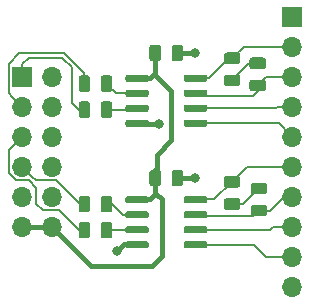
<source format=gtl>
G04 #@! TF.GenerationSoftware,KiCad,Pcbnew,5.1.5-52549c5~86~ubuntu19.10.1*
G04 #@! TF.CreationDate,2020-05-04T22:04:25+01:00*
G04 #@! TF.ProjectId,pmod-dualrs422,706d6f64-2d64-4756-916c-72733432322e,rev?*
G04 #@! TF.SameCoordinates,PXccb7580PY7aec778*
G04 #@! TF.FileFunction,Copper,L1,Top*
G04 #@! TF.FilePolarity,Positive*
%FSLAX46Y46*%
G04 Gerber Fmt 4.6, Leading zero omitted, Abs format (unit mm)*
G04 Created by KiCad (PCBNEW 5.1.5-52549c5~86~ubuntu19.10.1) date 2020-05-04 22:04:25*
%MOMM*%
%LPD*%
G04 APERTURE LIST*
%ADD10O,1.700000X1.700000*%
%ADD11R,1.700000X1.700000*%
%ADD12C,0.100000*%
%ADD13C,0.800000*%
%ADD14C,0.400000*%
%ADD15C,0.200000*%
G04 APERTURE END LIST*
D10*
X26670000Y1905000D03*
X26670000Y4445000D03*
X26670000Y6985000D03*
X26670000Y9525000D03*
X26670000Y12065000D03*
X26670000Y14605000D03*
X26670000Y17145000D03*
X26670000Y19685000D03*
X26670000Y22225000D03*
D11*
X26670000Y24765000D03*
G04 #@! TA.AperFunction,SMDPad,CuDef*
D12*
G36*
X17189662Y22393666D02*
G01*
X17213323Y22390156D01*
X17236527Y22384344D01*
X17259049Y22376286D01*
X17280673Y22366058D01*
X17301190Y22353761D01*
X17320403Y22339511D01*
X17338127Y22323447D01*
X17354191Y22305723D01*
X17368441Y22286510D01*
X17380738Y22265993D01*
X17390966Y22244369D01*
X17399024Y22221847D01*
X17404836Y22198643D01*
X17408346Y22174982D01*
X17409520Y22151090D01*
X17409520Y21238590D01*
X17408346Y21214698D01*
X17404836Y21191037D01*
X17399024Y21167833D01*
X17390966Y21145311D01*
X17380738Y21123687D01*
X17368441Y21103170D01*
X17354191Y21083957D01*
X17338127Y21066233D01*
X17320403Y21050169D01*
X17301190Y21035919D01*
X17280673Y21023622D01*
X17259049Y21013394D01*
X17236527Y21005336D01*
X17213323Y20999524D01*
X17189662Y20996014D01*
X17165770Y20994840D01*
X16678270Y20994840D01*
X16654378Y20996014D01*
X16630717Y20999524D01*
X16607513Y21005336D01*
X16584991Y21013394D01*
X16563367Y21023622D01*
X16542850Y21035919D01*
X16523637Y21050169D01*
X16505913Y21066233D01*
X16489849Y21083957D01*
X16475599Y21103170D01*
X16463302Y21123687D01*
X16453074Y21145311D01*
X16445016Y21167833D01*
X16439204Y21191037D01*
X16435694Y21214698D01*
X16434520Y21238590D01*
X16434520Y22151090D01*
X16435694Y22174982D01*
X16439204Y22198643D01*
X16445016Y22221847D01*
X16453074Y22244369D01*
X16463302Y22265993D01*
X16475599Y22286510D01*
X16489849Y22305723D01*
X16505913Y22323447D01*
X16523637Y22339511D01*
X16542850Y22353761D01*
X16563367Y22366058D01*
X16584991Y22376286D01*
X16607513Y22384344D01*
X16630717Y22390156D01*
X16654378Y22393666D01*
X16678270Y22394840D01*
X17165770Y22394840D01*
X17189662Y22393666D01*
G37*
G04 #@! TD.AperFunction*
G04 #@! TA.AperFunction,SMDPad,CuDef*
G36*
X15314662Y22393666D02*
G01*
X15338323Y22390156D01*
X15361527Y22384344D01*
X15384049Y22376286D01*
X15405673Y22366058D01*
X15426190Y22353761D01*
X15445403Y22339511D01*
X15463127Y22323447D01*
X15479191Y22305723D01*
X15493441Y22286510D01*
X15505738Y22265993D01*
X15515966Y22244369D01*
X15524024Y22221847D01*
X15529836Y22198643D01*
X15533346Y22174982D01*
X15534520Y22151090D01*
X15534520Y21238590D01*
X15533346Y21214698D01*
X15529836Y21191037D01*
X15524024Y21167833D01*
X15515966Y21145311D01*
X15505738Y21123687D01*
X15493441Y21103170D01*
X15479191Y21083957D01*
X15463127Y21066233D01*
X15445403Y21050169D01*
X15426190Y21035919D01*
X15405673Y21023622D01*
X15384049Y21013394D01*
X15361527Y21005336D01*
X15338323Y20999524D01*
X15314662Y20996014D01*
X15290770Y20994840D01*
X14803270Y20994840D01*
X14779378Y20996014D01*
X14755717Y20999524D01*
X14732513Y21005336D01*
X14709991Y21013394D01*
X14688367Y21023622D01*
X14667850Y21035919D01*
X14648637Y21050169D01*
X14630913Y21066233D01*
X14614849Y21083957D01*
X14600599Y21103170D01*
X14588302Y21123687D01*
X14578074Y21145311D01*
X14570016Y21167833D01*
X14564204Y21191037D01*
X14560694Y21214698D01*
X14559520Y21238590D01*
X14559520Y22151090D01*
X14560694Y22174982D01*
X14564204Y22198643D01*
X14570016Y22221847D01*
X14578074Y22244369D01*
X14588302Y22265993D01*
X14600599Y22286510D01*
X14614849Y22305723D01*
X14630913Y22323447D01*
X14648637Y22339511D01*
X14667850Y22353761D01*
X14688367Y22366058D01*
X14709991Y22376286D01*
X14732513Y22384344D01*
X14755717Y22390156D01*
X14779378Y22393666D01*
X14803270Y22394840D01*
X15290770Y22394840D01*
X15314662Y22393666D01*
G37*
G04 #@! TD.AperFunction*
G04 #@! TA.AperFunction,SMDPad,CuDef*
G36*
X9314662Y7393666D02*
G01*
X9338323Y7390156D01*
X9361527Y7384344D01*
X9384049Y7376286D01*
X9405673Y7366058D01*
X9426190Y7353761D01*
X9445403Y7339511D01*
X9463127Y7323447D01*
X9479191Y7305723D01*
X9493441Y7286510D01*
X9505738Y7265993D01*
X9515966Y7244369D01*
X9524024Y7221847D01*
X9529836Y7198643D01*
X9533346Y7174982D01*
X9534520Y7151090D01*
X9534520Y6238590D01*
X9533346Y6214698D01*
X9529836Y6191037D01*
X9524024Y6167833D01*
X9515966Y6145311D01*
X9505738Y6123687D01*
X9493441Y6103170D01*
X9479191Y6083957D01*
X9463127Y6066233D01*
X9445403Y6050169D01*
X9426190Y6035919D01*
X9405673Y6023622D01*
X9384049Y6013394D01*
X9361527Y6005336D01*
X9338323Y5999524D01*
X9314662Y5996014D01*
X9290770Y5994840D01*
X8803270Y5994840D01*
X8779378Y5996014D01*
X8755717Y5999524D01*
X8732513Y6005336D01*
X8709991Y6013394D01*
X8688367Y6023622D01*
X8667850Y6035919D01*
X8648637Y6050169D01*
X8630913Y6066233D01*
X8614849Y6083957D01*
X8600599Y6103170D01*
X8588302Y6123687D01*
X8578074Y6145311D01*
X8570016Y6167833D01*
X8564204Y6191037D01*
X8560694Y6214698D01*
X8559520Y6238590D01*
X8559520Y7151090D01*
X8560694Y7174982D01*
X8564204Y7198643D01*
X8570016Y7221847D01*
X8578074Y7244369D01*
X8588302Y7265993D01*
X8600599Y7286510D01*
X8614849Y7305723D01*
X8630913Y7323447D01*
X8648637Y7339511D01*
X8667850Y7353761D01*
X8688367Y7366058D01*
X8709991Y7376286D01*
X8732513Y7384344D01*
X8755717Y7390156D01*
X8779378Y7393666D01*
X8803270Y7394840D01*
X9290770Y7394840D01*
X9314662Y7393666D01*
G37*
G04 #@! TD.AperFunction*
G04 #@! TA.AperFunction,SMDPad,CuDef*
G36*
X11189662Y7393666D02*
G01*
X11213323Y7390156D01*
X11236527Y7384344D01*
X11259049Y7376286D01*
X11280673Y7366058D01*
X11301190Y7353761D01*
X11320403Y7339511D01*
X11338127Y7323447D01*
X11354191Y7305723D01*
X11368441Y7286510D01*
X11380738Y7265993D01*
X11390966Y7244369D01*
X11399024Y7221847D01*
X11404836Y7198643D01*
X11408346Y7174982D01*
X11409520Y7151090D01*
X11409520Y6238590D01*
X11408346Y6214698D01*
X11404836Y6191037D01*
X11399024Y6167833D01*
X11390966Y6145311D01*
X11380738Y6123687D01*
X11368441Y6103170D01*
X11354191Y6083957D01*
X11338127Y6066233D01*
X11320403Y6050169D01*
X11301190Y6035919D01*
X11280673Y6023622D01*
X11259049Y6013394D01*
X11236527Y6005336D01*
X11213323Y5999524D01*
X11189662Y5996014D01*
X11165770Y5994840D01*
X10678270Y5994840D01*
X10654378Y5996014D01*
X10630717Y5999524D01*
X10607513Y6005336D01*
X10584991Y6013394D01*
X10563367Y6023622D01*
X10542850Y6035919D01*
X10523637Y6050169D01*
X10505913Y6066233D01*
X10489849Y6083957D01*
X10475599Y6103170D01*
X10463302Y6123687D01*
X10453074Y6145311D01*
X10445016Y6167833D01*
X10439204Y6191037D01*
X10435694Y6214698D01*
X10434520Y6238590D01*
X10434520Y7151090D01*
X10435694Y7174982D01*
X10439204Y7198643D01*
X10445016Y7221847D01*
X10453074Y7244369D01*
X10463302Y7265993D01*
X10475599Y7286510D01*
X10489849Y7305723D01*
X10505913Y7323447D01*
X10523637Y7339511D01*
X10542850Y7353761D01*
X10563367Y7366058D01*
X10584991Y7376286D01*
X10607513Y7384344D01*
X10630717Y7390156D01*
X10654378Y7393666D01*
X10678270Y7394840D01*
X11165770Y7394840D01*
X11189662Y7393666D01*
G37*
G04 #@! TD.AperFunction*
G04 #@! TA.AperFunction,SMDPad,CuDef*
G36*
X9314662Y9593666D02*
G01*
X9338323Y9590156D01*
X9361527Y9584344D01*
X9384049Y9576286D01*
X9405673Y9566058D01*
X9426190Y9553761D01*
X9445403Y9539511D01*
X9463127Y9523447D01*
X9479191Y9505723D01*
X9493441Y9486510D01*
X9505738Y9465993D01*
X9515966Y9444369D01*
X9524024Y9421847D01*
X9529836Y9398643D01*
X9533346Y9374982D01*
X9534520Y9351090D01*
X9534520Y8438590D01*
X9533346Y8414698D01*
X9529836Y8391037D01*
X9524024Y8367833D01*
X9515966Y8345311D01*
X9505738Y8323687D01*
X9493441Y8303170D01*
X9479191Y8283957D01*
X9463127Y8266233D01*
X9445403Y8250169D01*
X9426190Y8235919D01*
X9405673Y8223622D01*
X9384049Y8213394D01*
X9361527Y8205336D01*
X9338323Y8199524D01*
X9314662Y8196014D01*
X9290770Y8194840D01*
X8803270Y8194840D01*
X8779378Y8196014D01*
X8755717Y8199524D01*
X8732513Y8205336D01*
X8709991Y8213394D01*
X8688367Y8223622D01*
X8667850Y8235919D01*
X8648637Y8250169D01*
X8630913Y8266233D01*
X8614849Y8283957D01*
X8600599Y8303170D01*
X8588302Y8323687D01*
X8578074Y8345311D01*
X8570016Y8367833D01*
X8564204Y8391037D01*
X8560694Y8414698D01*
X8559520Y8438590D01*
X8559520Y9351090D01*
X8560694Y9374982D01*
X8564204Y9398643D01*
X8570016Y9421847D01*
X8578074Y9444369D01*
X8588302Y9465993D01*
X8600599Y9486510D01*
X8614849Y9505723D01*
X8630913Y9523447D01*
X8648637Y9539511D01*
X8667850Y9553761D01*
X8688367Y9566058D01*
X8709991Y9576286D01*
X8732513Y9584344D01*
X8755717Y9590156D01*
X8779378Y9593666D01*
X8803270Y9594840D01*
X9290770Y9594840D01*
X9314662Y9593666D01*
G37*
G04 #@! TD.AperFunction*
G04 #@! TA.AperFunction,SMDPad,CuDef*
G36*
X11189662Y9593666D02*
G01*
X11213323Y9590156D01*
X11236527Y9584344D01*
X11259049Y9576286D01*
X11280673Y9566058D01*
X11301190Y9553761D01*
X11320403Y9539511D01*
X11338127Y9523447D01*
X11354191Y9505723D01*
X11368441Y9486510D01*
X11380738Y9465993D01*
X11390966Y9444369D01*
X11399024Y9421847D01*
X11404836Y9398643D01*
X11408346Y9374982D01*
X11409520Y9351090D01*
X11409520Y8438590D01*
X11408346Y8414698D01*
X11404836Y8391037D01*
X11399024Y8367833D01*
X11390966Y8345311D01*
X11380738Y8323687D01*
X11368441Y8303170D01*
X11354191Y8283957D01*
X11338127Y8266233D01*
X11320403Y8250169D01*
X11301190Y8235919D01*
X11280673Y8223622D01*
X11259049Y8213394D01*
X11236527Y8205336D01*
X11213323Y8199524D01*
X11189662Y8196014D01*
X11165770Y8194840D01*
X10678270Y8194840D01*
X10654378Y8196014D01*
X10630717Y8199524D01*
X10607513Y8205336D01*
X10584991Y8213394D01*
X10563367Y8223622D01*
X10542850Y8235919D01*
X10523637Y8250169D01*
X10505913Y8266233D01*
X10489849Y8283957D01*
X10475599Y8303170D01*
X10463302Y8323687D01*
X10453074Y8345311D01*
X10445016Y8367833D01*
X10439204Y8391037D01*
X10435694Y8414698D01*
X10434520Y8438590D01*
X10434520Y9351090D01*
X10435694Y9374982D01*
X10439204Y9398643D01*
X10445016Y9421847D01*
X10453074Y9444369D01*
X10463302Y9465993D01*
X10475599Y9486510D01*
X10489849Y9505723D01*
X10505913Y9523447D01*
X10523637Y9539511D01*
X10542850Y9553761D01*
X10563367Y9566058D01*
X10584991Y9576286D01*
X10607513Y9584344D01*
X10630717Y9590156D01*
X10654378Y9593666D01*
X10678270Y9594840D01*
X11165770Y9594840D01*
X11189662Y9593666D01*
G37*
G04 #@! TD.AperFunction*
G04 #@! TA.AperFunction,SMDPad,CuDef*
G36*
X9314662Y17593666D02*
G01*
X9338323Y17590156D01*
X9361527Y17584344D01*
X9384049Y17576286D01*
X9405673Y17566058D01*
X9426190Y17553761D01*
X9445403Y17539511D01*
X9463127Y17523447D01*
X9479191Y17505723D01*
X9493441Y17486510D01*
X9505738Y17465993D01*
X9515966Y17444369D01*
X9524024Y17421847D01*
X9529836Y17398643D01*
X9533346Y17374982D01*
X9534520Y17351090D01*
X9534520Y16438590D01*
X9533346Y16414698D01*
X9529836Y16391037D01*
X9524024Y16367833D01*
X9515966Y16345311D01*
X9505738Y16323687D01*
X9493441Y16303170D01*
X9479191Y16283957D01*
X9463127Y16266233D01*
X9445403Y16250169D01*
X9426190Y16235919D01*
X9405673Y16223622D01*
X9384049Y16213394D01*
X9361527Y16205336D01*
X9338323Y16199524D01*
X9314662Y16196014D01*
X9290770Y16194840D01*
X8803270Y16194840D01*
X8779378Y16196014D01*
X8755717Y16199524D01*
X8732513Y16205336D01*
X8709991Y16213394D01*
X8688367Y16223622D01*
X8667850Y16235919D01*
X8648637Y16250169D01*
X8630913Y16266233D01*
X8614849Y16283957D01*
X8600599Y16303170D01*
X8588302Y16323687D01*
X8578074Y16345311D01*
X8570016Y16367833D01*
X8564204Y16391037D01*
X8560694Y16414698D01*
X8559520Y16438590D01*
X8559520Y17351090D01*
X8560694Y17374982D01*
X8564204Y17398643D01*
X8570016Y17421847D01*
X8578074Y17444369D01*
X8588302Y17465993D01*
X8600599Y17486510D01*
X8614849Y17505723D01*
X8630913Y17523447D01*
X8648637Y17539511D01*
X8667850Y17553761D01*
X8688367Y17566058D01*
X8709991Y17576286D01*
X8732513Y17584344D01*
X8755717Y17590156D01*
X8779378Y17593666D01*
X8803270Y17594840D01*
X9290770Y17594840D01*
X9314662Y17593666D01*
G37*
G04 #@! TD.AperFunction*
G04 #@! TA.AperFunction,SMDPad,CuDef*
G36*
X11189662Y17593666D02*
G01*
X11213323Y17590156D01*
X11236527Y17584344D01*
X11259049Y17576286D01*
X11280673Y17566058D01*
X11301190Y17553761D01*
X11320403Y17539511D01*
X11338127Y17523447D01*
X11354191Y17505723D01*
X11368441Y17486510D01*
X11380738Y17465993D01*
X11390966Y17444369D01*
X11399024Y17421847D01*
X11404836Y17398643D01*
X11408346Y17374982D01*
X11409520Y17351090D01*
X11409520Y16438590D01*
X11408346Y16414698D01*
X11404836Y16391037D01*
X11399024Y16367833D01*
X11390966Y16345311D01*
X11380738Y16323687D01*
X11368441Y16303170D01*
X11354191Y16283957D01*
X11338127Y16266233D01*
X11320403Y16250169D01*
X11301190Y16235919D01*
X11280673Y16223622D01*
X11259049Y16213394D01*
X11236527Y16205336D01*
X11213323Y16199524D01*
X11189662Y16196014D01*
X11165770Y16194840D01*
X10678270Y16194840D01*
X10654378Y16196014D01*
X10630717Y16199524D01*
X10607513Y16205336D01*
X10584991Y16213394D01*
X10563367Y16223622D01*
X10542850Y16235919D01*
X10523637Y16250169D01*
X10505913Y16266233D01*
X10489849Y16283957D01*
X10475599Y16303170D01*
X10463302Y16323687D01*
X10453074Y16345311D01*
X10445016Y16367833D01*
X10439204Y16391037D01*
X10435694Y16414698D01*
X10434520Y16438590D01*
X10434520Y17351090D01*
X10435694Y17374982D01*
X10439204Y17398643D01*
X10445016Y17421847D01*
X10453074Y17444369D01*
X10463302Y17465993D01*
X10475599Y17486510D01*
X10489849Y17505723D01*
X10505913Y17523447D01*
X10523637Y17539511D01*
X10542850Y17553761D01*
X10563367Y17566058D01*
X10584991Y17576286D01*
X10607513Y17584344D01*
X10630717Y17590156D01*
X10654378Y17593666D01*
X10678270Y17594840D01*
X11165770Y17594840D01*
X11189662Y17593666D01*
G37*
G04 #@! TD.AperFunction*
G04 #@! TA.AperFunction,SMDPad,CuDef*
G36*
X9314662Y19793666D02*
G01*
X9338323Y19790156D01*
X9361527Y19784344D01*
X9384049Y19776286D01*
X9405673Y19766058D01*
X9426190Y19753761D01*
X9445403Y19739511D01*
X9463127Y19723447D01*
X9479191Y19705723D01*
X9493441Y19686510D01*
X9505738Y19665993D01*
X9515966Y19644369D01*
X9524024Y19621847D01*
X9529836Y19598643D01*
X9533346Y19574982D01*
X9534520Y19551090D01*
X9534520Y18638590D01*
X9533346Y18614698D01*
X9529836Y18591037D01*
X9524024Y18567833D01*
X9515966Y18545311D01*
X9505738Y18523687D01*
X9493441Y18503170D01*
X9479191Y18483957D01*
X9463127Y18466233D01*
X9445403Y18450169D01*
X9426190Y18435919D01*
X9405673Y18423622D01*
X9384049Y18413394D01*
X9361527Y18405336D01*
X9338323Y18399524D01*
X9314662Y18396014D01*
X9290770Y18394840D01*
X8803270Y18394840D01*
X8779378Y18396014D01*
X8755717Y18399524D01*
X8732513Y18405336D01*
X8709991Y18413394D01*
X8688367Y18423622D01*
X8667850Y18435919D01*
X8648637Y18450169D01*
X8630913Y18466233D01*
X8614849Y18483957D01*
X8600599Y18503170D01*
X8588302Y18523687D01*
X8578074Y18545311D01*
X8570016Y18567833D01*
X8564204Y18591037D01*
X8560694Y18614698D01*
X8559520Y18638590D01*
X8559520Y19551090D01*
X8560694Y19574982D01*
X8564204Y19598643D01*
X8570016Y19621847D01*
X8578074Y19644369D01*
X8588302Y19665993D01*
X8600599Y19686510D01*
X8614849Y19705723D01*
X8630913Y19723447D01*
X8648637Y19739511D01*
X8667850Y19753761D01*
X8688367Y19766058D01*
X8709991Y19776286D01*
X8732513Y19784344D01*
X8755717Y19790156D01*
X8779378Y19793666D01*
X8803270Y19794840D01*
X9290770Y19794840D01*
X9314662Y19793666D01*
G37*
G04 #@! TD.AperFunction*
G04 #@! TA.AperFunction,SMDPad,CuDef*
G36*
X11189662Y19793666D02*
G01*
X11213323Y19790156D01*
X11236527Y19784344D01*
X11259049Y19776286D01*
X11280673Y19766058D01*
X11301190Y19753761D01*
X11320403Y19739511D01*
X11338127Y19723447D01*
X11354191Y19705723D01*
X11368441Y19686510D01*
X11380738Y19665993D01*
X11390966Y19644369D01*
X11399024Y19621847D01*
X11404836Y19598643D01*
X11408346Y19574982D01*
X11409520Y19551090D01*
X11409520Y18638590D01*
X11408346Y18614698D01*
X11404836Y18591037D01*
X11399024Y18567833D01*
X11390966Y18545311D01*
X11380738Y18523687D01*
X11368441Y18503170D01*
X11354191Y18483957D01*
X11338127Y18466233D01*
X11320403Y18450169D01*
X11301190Y18435919D01*
X11280673Y18423622D01*
X11259049Y18413394D01*
X11236527Y18405336D01*
X11213323Y18399524D01*
X11189662Y18396014D01*
X11165770Y18394840D01*
X10678270Y18394840D01*
X10654378Y18396014D01*
X10630717Y18399524D01*
X10607513Y18405336D01*
X10584991Y18413394D01*
X10563367Y18423622D01*
X10542850Y18435919D01*
X10523637Y18450169D01*
X10505913Y18466233D01*
X10489849Y18483957D01*
X10475599Y18503170D01*
X10463302Y18523687D01*
X10453074Y18545311D01*
X10445016Y18567833D01*
X10439204Y18591037D01*
X10435694Y18614698D01*
X10434520Y18638590D01*
X10434520Y19551090D01*
X10435694Y19574982D01*
X10439204Y19598643D01*
X10445016Y19621847D01*
X10453074Y19644369D01*
X10463302Y19665993D01*
X10475599Y19686510D01*
X10489849Y19705723D01*
X10505913Y19723447D01*
X10523637Y19739511D01*
X10542850Y19753761D01*
X10563367Y19766058D01*
X10584991Y19776286D01*
X10607513Y19784344D01*
X10630717Y19790156D01*
X10654378Y19793666D01*
X10678270Y19794840D01*
X11165770Y19794840D01*
X11189662Y19793666D01*
G37*
G04 #@! TD.AperFunction*
D10*
X6324520Y6994840D03*
X3784520Y6994840D03*
X6324520Y9534840D03*
X3784520Y9534840D03*
X6324520Y12074840D03*
X3784520Y12074840D03*
X6324520Y14614840D03*
X3784520Y14614840D03*
X6324520Y17154840D03*
X3784520Y17154840D03*
X6324520Y19694840D03*
D11*
X3784520Y19694840D03*
G04 #@! TA.AperFunction,SMDPad,CuDef*
D12*
G36*
X19299223Y9549118D02*
G01*
X19313784Y9546958D01*
X19328063Y9543381D01*
X19341923Y9538422D01*
X19355230Y9532128D01*
X19367856Y9524560D01*
X19379679Y9515792D01*
X19390586Y9505906D01*
X19400472Y9494999D01*
X19409240Y9483176D01*
X19416808Y9470550D01*
X19423102Y9457243D01*
X19428061Y9443383D01*
X19431638Y9429104D01*
X19433798Y9414543D01*
X19434520Y9399840D01*
X19434520Y9099840D01*
X19433798Y9085137D01*
X19431638Y9070576D01*
X19428061Y9056297D01*
X19423102Y9042437D01*
X19416808Y9029130D01*
X19409240Y9016504D01*
X19400472Y9004681D01*
X19390586Y8993774D01*
X19379679Y8983888D01*
X19367856Y8975120D01*
X19355230Y8967552D01*
X19341923Y8961258D01*
X19328063Y8956299D01*
X19313784Y8952722D01*
X19299223Y8950562D01*
X19284520Y8949840D01*
X17634520Y8949840D01*
X17619817Y8950562D01*
X17605256Y8952722D01*
X17590977Y8956299D01*
X17577117Y8961258D01*
X17563810Y8967552D01*
X17551184Y8975120D01*
X17539361Y8983888D01*
X17528454Y8993774D01*
X17518568Y9004681D01*
X17509800Y9016504D01*
X17502232Y9029130D01*
X17495938Y9042437D01*
X17490979Y9056297D01*
X17487402Y9070576D01*
X17485242Y9085137D01*
X17484520Y9099840D01*
X17484520Y9399840D01*
X17485242Y9414543D01*
X17487402Y9429104D01*
X17490979Y9443383D01*
X17495938Y9457243D01*
X17502232Y9470550D01*
X17509800Y9483176D01*
X17518568Y9494999D01*
X17528454Y9505906D01*
X17539361Y9515792D01*
X17551184Y9524560D01*
X17563810Y9532128D01*
X17577117Y9538422D01*
X17590977Y9543381D01*
X17605256Y9546958D01*
X17619817Y9549118D01*
X17634520Y9549840D01*
X19284520Y9549840D01*
X19299223Y9549118D01*
G37*
G04 #@! TD.AperFunction*
G04 #@! TA.AperFunction,SMDPad,CuDef*
G36*
X19299223Y8279118D02*
G01*
X19313784Y8276958D01*
X19328063Y8273381D01*
X19341923Y8268422D01*
X19355230Y8262128D01*
X19367856Y8254560D01*
X19379679Y8245792D01*
X19390586Y8235906D01*
X19400472Y8224999D01*
X19409240Y8213176D01*
X19416808Y8200550D01*
X19423102Y8187243D01*
X19428061Y8173383D01*
X19431638Y8159104D01*
X19433798Y8144543D01*
X19434520Y8129840D01*
X19434520Y7829840D01*
X19433798Y7815137D01*
X19431638Y7800576D01*
X19428061Y7786297D01*
X19423102Y7772437D01*
X19416808Y7759130D01*
X19409240Y7746504D01*
X19400472Y7734681D01*
X19390586Y7723774D01*
X19379679Y7713888D01*
X19367856Y7705120D01*
X19355230Y7697552D01*
X19341923Y7691258D01*
X19328063Y7686299D01*
X19313784Y7682722D01*
X19299223Y7680562D01*
X19284520Y7679840D01*
X17634520Y7679840D01*
X17619817Y7680562D01*
X17605256Y7682722D01*
X17590977Y7686299D01*
X17577117Y7691258D01*
X17563810Y7697552D01*
X17551184Y7705120D01*
X17539361Y7713888D01*
X17528454Y7723774D01*
X17518568Y7734681D01*
X17509800Y7746504D01*
X17502232Y7759130D01*
X17495938Y7772437D01*
X17490979Y7786297D01*
X17487402Y7800576D01*
X17485242Y7815137D01*
X17484520Y7829840D01*
X17484520Y8129840D01*
X17485242Y8144543D01*
X17487402Y8159104D01*
X17490979Y8173383D01*
X17495938Y8187243D01*
X17502232Y8200550D01*
X17509800Y8213176D01*
X17518568Y8224999D01*
X17528454Y8235906D01*
X17539361Y8245792D01*
X17551184Y8254560D01*
X17563810Y8262128D01*
X17577117Y8268422D01*
X17590977Y8273381D01*
X17605256Y8276958D01*
X17619817Y8279118D01*
X17634520Y8279840D01*
X19284520Y8279840D01*
X19299223Y8279118D01*
G37*
G04 #@! TD.AperFunction*
G04 #@! TA.AperFunction,SMDPad,CuDef*
G36*
X19299223Y7009118D02*
G01*
X19313784Y7006958D01*
X19328063Y7003381D01*
X19341923Y6998422D01*
X19355230Y6992128D01*
X19367856Y6984560D01*
X19379679Y6975792D01*
X19390586Y6965906D01*
X19400472Y6954999D01*
X19409240Y6943176D01*
X19416808Y6930550D01*
X19423102Y6917243D01*
X19428061Y6903383D01*
X19431638Y6889104D01*
X19433798Y6874543D01*
X19434520Y6859840D01*
X19434520Y6559840D01*
X19433798Y6545137D01*
X19431638Y6530576D01*
X19428061Y6516297D01*
X19423102Y6502437D01*
X19416808Y6489130D01*
X19409240Y6476504D01*
X19400472Y6464681D01*
X19390586Y6453774D01*
X19379679Y6443888D01*
X19367856Y6435120D01*
X19355230Y6427552D01*
X19341923Y6421258D01*
X19328063Y6416299D01*
X19313784Y6412722D01*
X19299223Y6410562D01*
X19284520Y6409840D01*
X17634520Y6409840D01*
X17619817Y6410562D01*
X17605256Y6412722D01*
X17590977Y6416299D01*
X17577117Y6421258D01*
X17563810Y6427552D01*
X17551184Y6435120D01*
X17539361Y6443888D01*
X17528454Y6453774D01*
X17518568Y6464681D01*
X17509800Y6476504D01*
X17502232Y6489130D01*
X17495938Y6502437D01*
X17490979Y6516297D01*
X17487402Y6530576D01*
X17485242Y6545137D01*
X17484520Y6559840D01*
X17484520Y6859840D01*
X17485242Y6874543D01*
X17487402Y6889104D01*
X17490979Y6903383D01*
X17495938Y6917243D01*
X17502232Y6930550D01*
X17509800Y6943176D01*
X17518568Y6954999D01*
X17528454Y6965906D01*
X17539361Y6975792D01*
X17551184Y6984560D01*
X17563810Y6992128D01*
X17577117Y6998422D01*
X17590977Y7003381D01*
X17605256Y7006958D01*
X17619817Y7009118D01*
X17634520Y7009840D01*
X19284520Y7009840D01*
X19299223Y7009118D01*
G37*
G04 #@! TD.AperFunction*
G04 #@! TA.AperFunction,SMDPad,CuDef*
G36*
X19299223Y5739118D02*
G01*
X19313784Y5736958D01*
X19328063Y5733381D01*
X19341923Y5728422D01*
X19355230Y5722128D01*
X19367856Y5714560D01*
X19379679Y5705792D01*
X19390586Y5695906D01*
X19400472Y5684999D01*
X19409240Y5673176D01*
X19416808Y5660550D01*
X19423102Y5647243D01*
X19428061Y5633383D01*
X19431638Y5619104D01*
X19433798Y5604543D01*
X19434520Y5589840D01*
X19434520Y5289840D01*
X19433798Y5275137D01*
X19431638Y5260576D01*
X19428061Y5246297D01*
X19423102Y5232437D01*
X19416808Y5219130D01*
X19409240Y5206504D01*
X19400472Y5194681D01*
X19390586Y5183774D01*
X19379679Y5173888D01*
X19367856Y5165120D01*
X19355230Y5157552D01*
X19341923Y5151258D01*
X19328063Y5146299D01*
X19313784Y5142722D01*
X19299223Y5140562D01*
X19284520Y5139840D01*
X17634520Y5139840D01*
X17619817Y5140562D01*
X17605256Y5142722D01*
X17590977Y5146299D01*
X17577117Y5151258D01*
X17563810Y5157552D01*
X17551184Y5165120D01*
X17539361Y5173888D01*
X17528454Y5183774D01*
X17518568Y5194681D01*
X17509800Y5206504D01*
X17502232Y5219130D01*
X17495938Y5232437D01*
X17490979Y5246297D01*
X17487402Y5260576D01*
X17485242Y5275137D01*
X17484520Y5289840D01*
X17484520Y5589840D01*
X17485242Y5604543D01*
X17487402Y5619104D01*
X17490979Y5633383D01*
X17495938Y5647243D01*
X17502232Y5660550D01*
X17509800Y5673176D01*
X17518568Y5684999D01*
X17528454Y5695906D01*
X17539361Y5705792D01*
X17551184Y5714560D01*
X17563810Y5722128D01*
X17577117Y5728422D01*
X17590977Y5733381D01*
X17605256Y5736958D01*
X17619817Y5739118D01*
X17634520Y5739840D01*
X19284520Y5739840D01*
X19299223Y5739118D01*
G37*
G04 #@! TD.AperFunction*
G04 #@! TA.AperFunction,SMDPad,CuDef*
G36*
X14349223Y5739118D02*
G01*
X14363784Y5736958D01*
X14378063Y5733381D01*
X14391923Y5728422D01*
X14405230Y5722128D01*
X14417856Y5714560D01*
X14429679Y5705792D01*
X14440586Y5695906D01*
X14450472Y5684999D01*
X14459240Y5673176D01*
X14466808Y5660550D01*
X14473102Y5647243D01*
X14478061Y5633383D01*
X14481638Y5619104D01*
X14483798Y5604543D01*
X14484520Y5589840D01*
X14484520Y5289840D01*
X14483798Y5275137D01*
X14481638Y5260576D01*
X14478061Y5246297D01*
X14473102Y5232437D01*
X14466808Y5219130D01*
X14459240Y5206504D01*
X14450472Y5194681D01*
X14440586Y5183774D01*
X14429679Y5173888D01*
X14417856Y5165120D01*
X14405230Y5157552D01*
X14391923Y5151258D01*
X14378063Y5146299D01*
X14363784Y5142722D01*
X14349223Y5140562D01*
X14334520Y5139840D01*
X12684520Y5139840D01*
X12669817Y5140562D01*
X12655256Y5142722D01*
X12640977Y5146299D01*
X12627117Y5151258D01*
X12613810Y5157552D01*
X12601184Y5165120D01*
X12589361Y5173888D01*
X12578454Y5183774D01*
X12568568Y5194681D01*
X12559800Y5206504D01*
X12552232Y5219130D01*
X12545938Y5232437D01*
X12540979Y5246297D01*
X12537402Y5260576D01*
X12535242Y5275137D01*
X12534520Y5289840D01*
X12534520Y5589840D01*
X12535242Y5604543D01*
X12537402Y5619104D01*
X12540979Y5633383D01*
X12545938Y5647243D01*
X12552232Y5660550D01*
X12559800Y5673176D01*
X12568568Y5684999D01*
X12578454Y5695906D01*
X12589361Y5705792D01*
X12601184Y5714560D01*
X12613810Y5722128D01*
X12627117Y5728422D01*
X12640977Y5733381D01*
X12655256Y5736958D01*
X12669817Y5739118D01*
X12684520Y5739840D01*
X14334520Y5739840D01*
X14349223Y5739118D01*
G37*
G04 #@! TD.AperFunction*
G04 #@! TA.AperFunction,SMDPad,CuDef*
G36*
X14349223Y7009118D02*
G01*
X14363784Y7006958D01*
X14378063Y7003381D01*
X14391923Y6998422D01*
X14405230Y6992128D01*
X14417856Y6984560D01*
X14429679Y6975792D01*
X14440586Y6965906D01*
X14450472Y6954999D01*
X14459240Y6943176D01*
X14466808Y6930550D01*
X14473102Y6917243D01*
X14478061Y6903383D01*
X14481638Y6889104D01*
X14483798Y6874543D01*
X14484520Y6859840D01*
X14484520Y6559840D01*
X14483798Y6545137D01*
X14481638Y6530576D01*
X14478061Y6516297D01*
X14473102Y6502437D01*
X14466808Y6489130D01*
X14459240Y6476504D01*
X14450472Y6464681D01*
X14440586Y6453774D01*
X14429679Y6443888D01*
X14417856Y6435120D01*
X14405230Y6427552D01*
X14391923Y6421258D01*
X14378063Y6416299D01*
X14363784Y6412722D01*
X14349223Y6410562D01*
X14334520Y6409840D01*
X12684520Y6409840D01*
X12669817Y6410562D01*
X12655256Y6412722D01*
X12640977Y6416299D01*
X12627117Y6421258D01*
X12613810Y6427552D01*
X12601184Y6435120D01*
X12589361Y6443888D01*
X12578454Y6453774D01*
X12568568Y6464681D01*
X12559800Y6476504D01*
X12552232Y6489130D01*
X12545938Y6502437D01*
X12540979Y6516297D01*
X12537402Y6530576D01*
X12535242Y6545137D01*
X12534520Y6559840D01*
X12534520Y6859840D01*
X12535242Y6874543D01*
X12537402Y6889104D01*
X12540979Y6903383D01*
X12545938Y6917243D01*
X12552232Y6930550D01*
X12559800Y6943176D01*
X12568568Y6954999D01*
X12578454Y6965906D01*
X12589361Y6975792D01*
X12601184Y6984560D01*
X12613810Y6992128D01*
X12627117Y6998422D01*
X12640977Y7003381D01*
X12655256Y7006958D01*
X12669817Y7009118D01*
X12684520Y7009840D01*
X14334520Y7009840D01*
X14349223Y7009118D01*
G37*
G04 #@! TD.AperFunction*
G04 #@! TA.AperFunction,SMDPad,CuDef*
G36*
X14349223Y8279118D02*
G01*
X14363784Y8276958D01*
X14378063Y8273381D01*
X14391923Y8268422D01*
X14405230Y8262128D01*
X14417856Y8254560D01*
X14429679Y8245792D01*
X14440586Y8235906D01*
X14450472Y8224999D01*
X14459240Y8213176D01*
X14466808Y8200550D01*
X14473102Y8187243D01*
X14478061Y8173383D01*
X14481638Y8159104D01*
X14483798Y8144543D01*
X14484520Y8129840D01*
X14484520Y7829840D01*
X14483798Y7815137D01*
X14481638Y7800576D01*
X14478061Y7786297D01*
X14473102Y7772437D01*
X14466808Y7759130D01*
X14459240Y7746504D01*
X14450472Y7734681D01*
X14440586Y7723774D01*
X14429679Y7713888D01*
X14417856Y7705120D01*
X14405230Y7697552D01*
X14391923Y7691258D01*
X14378063Y7686299D01*
X14363784Y7682722D01*
X14349223Y7680562D01*
X14334520Y7679840D01*
X12684520Y7679840D01*
X12669817Y7680562D01*
X12655256Y7682722D01*
X12640977Y7686299D01*
X12627117Y7691258D01*
X12613810Y7697552D01*
X12601184Y7705120D01*
X12589361Y7713888D01*
X12578454Y7723774D01*
X12568568Y7734681D01*
X12559800Y7746504D01*
X12552232Y7759130D01*
X12545938Y7772437D01*
X12540979Y7786297D01*
X12537402Y7800576D01*
X12535242Y7815137D01*
X12534520Y7829840D01*
X12534520Y8129840D01*
X12535242Y8144543D01*
X12537402Y8159104D01*
X12540979Y8173383D01*
X12545938Y8187243D01*
X12552232Y8200550D01*
X12559800Y8213176D01*
X12568568Y8224999D01*
X12578454Y8235906D01*
X12589361Y8245792D01*
X12601184Y8254560D01*
X12613810Y8262128D01*
X12627117Y8268422D01*
X12640977Y8273381D01*
X12655256Y8276958D01*
X12669817Y8279118D01*
X12684520Y8279840D01*
X14334520Y8279840D01*
X14349223Y8279118D01*
G37*
G04 #@! TD.AperFunction*
G04 #@! TA.AperFunction,SMDPad,CuDef*
G36*
X14349223Y9549118D02*
G01*
X14363784Y9546958D01*
X14378063Y9543381D01*
X14391923Y9538422D01*
X14405230Y9532128D01*
X14417856Y9524560D01*
X14429679Y9515792D01*
X14440586Y9505906D01*
X14450472Y9494999D01*
X14459240Y9483176D01*
X14466808Y9470550D01*
X14473102Y9457243D01*
X14478061Y9443383D01*
X14481638Y9429104D01*
X14483798Y9414543D01*
X14484520Y9399840D01*
X14484520Y9099840D01*
X14483798Y9085137D01*
X14481638Y9070576D01*
X14478061Y9056297D01*
X14473102Y9042437D01*
X14466808Y9029130D01*
X14459240Y9016504D01*
X14450472Y9004681D01*
X14440586Y8993774D01*
X14429679Y8983888D01*
X14417856Y8975120D01*
X14405230Y8967552D01*
X14391923Y8961258D01*
X14378063Y8956299D01*
X14363784Y8952722D01*
X14349223Y8950562D01*
X14334520Y8949840D01*
X12684520Y8949840D01*
X12669817Y8950562D01*
X12655256Y8952722D01*
X12640977Y8956299D01*
X12627117Y8961258D01*
X12613810Y8967552D01*
X12601184Y8975120D01*
X12589361Y8983888D01*
X12578454Y8993774D01*
X12568568Y9004681D01*
X12559800Y9016504D01*
X12552232Y9029130D01*
X12545938Y9042437D01*
X12540979Y9056297D01*
X12537402Y9070576D01*
X12535242Y9085137D01*
X12534520Y9099840D01*
X12534520Y9399840D01*
X12535242Y9414543D01*
X12537402Y9429104D01*
X12540979Y9443383D01*
X12545938Y9457243D01*
X12552232Y9470550D01*
X12559800Y9483176D01*
X12568568Y9494999D01*
X12578454Y9505906D01*
X12589361Y9515792D01*
X12601184Y9524560D01*
X12613810Y9532128D01*
X12627117Y9538422D01*
X12640977Y9543381D01*
X12655256Y9546958D01*
X12669817Y9549118D01*
X12684520Y9549840D01*
X14334520Y9549840D01*
X14349223Y9549118D01*
G37*
G04 #@! TD.AperFunction*
G04 #@! TA.AperFunction,SMDPad,CuDef*
G36*
X19299223Y19849118D02*
G01*
X19313784Y19846958D01*
X19328063Y19843381D01*
X19341923Y19838422D01*
X19355230Y19832128D01*
X19367856Y19824560D01*
X19379679Y19815792D01*
X19390586Y19805906D01*
X19400472Y19794999D01*
X19409240Y19783176D01*
X19416808Y19770550D01*
X19423102Y19757243D01*
X19428061Y19743383D01*
X19431638Y19729104D01*
X19433798Y19714543D01*
X19434520Y19699840D01*
X19434520Y19399840D01*
X19433798Y19385137D01*
X19431638Y19370576D01*
X19428061Y19356297D01*
X19423102Y19342437D01*
X19416808Y19329130D01*
X19409240Y19316504D01*
X19400472Y19304681D01*
X19390586Y19293774D01*
X19379679Y19283888D01*
X19367856Y19275120D01*
X19355230Y19267552D01*
X19341923Y19261258D01*
X19328063Y19256299D01*
X19313784Y19252722D01*
X19299223Y19250562D01*
X19284520Y19249840D01*
X17634520Y19249840D01*
X17619817Y19250562D01*
X17605256Y19252722D01*
X17590977Y19256299D01*
X17577117Y19261258D01*
X17563810Y19267552D01*
X17551184Y19275120D01*
X17539361Y19283888D01*
X17528454Y19293774D01*
X17518568Y19304681D01*
X17509800Y19316504D01*
X17502232Y19329130D01*
X17495938Y19342437D01*
X17490979Y19356297D01*
X17487402Y19370576D01*
X17485242Y19385137D01*
X17484520Y19399840D01*
X17484520Y19699840D01*
X17485242Y19714543D01*
X17487402Y19729104D01*
X17490979Y19743383D01*
X17495938Y19757243D01*
X17502232Y19770550D01*
X17509800Y19783176D01*
X17518568Y19794999D01*
X17528454Y19805906D01*
X17539361Y19815792D01*
X17551184Y19824560D01*
X17563810Y19832128D01*
X17577117Y19838422D01*
X17590977Y19843381D01*
X17605256Y19846958D01*
X17619817Y19849118D01*
X17634520Y19849840D01*
X19284520Y19849840D01*
X19299223Y19849118D01*
G37*
G04 #@! TD.AperFunction*
G04 #@! TA.AperFunction,SMDPad,CuDef*
G36*
X19299223Y18579118D02*
G01*
X19313784Y18576958D01*
X19328063Y18573381D01*
X19341923Y18568422D01*
X19355230Y18562128D01*
X19367856Y18554560D01*
X19379679Y18545792D01*
X19390586Y18535906D01*
X19400472Y18524999D01*
X19409240Y18513176D01*
X19416808Y18500550D01*
X19423102Y18487243D01*
X19428061Y18473383D01*
X19431638Y18459104D01*
X19433798Y18444543D01*
X19434520Y18429840D01*
X19434520Y18129840D01*
X19433798Y18115137D01*
X19431638Y18100576D01*
X19428061Y18086297D01*
X19423102Y18072437D01*
X19416808Y18059130D01*
X19409240Y18046504D01*
X19400472Y18034681D01*
X19390586Y18023774D01*
X19379679Y18013888D01*
X19367856Y18005120D01*
X19355230Y17997552D01*
X19341923Y17991258D01*
X19328063Y17986299D01*
X19313784Y17982722D01*
X19299223Y17980562D01*
X19284520Y17979840D01*
X17634520Y17979840D01*
X17619817Y17980562D01*
X17605256Y17982722D01*
X17590977Y17986299D01*
X17577117Y17991258D01*
X17563810Y17997552D01*
X17551184Y18005120D01*
X17539361Y18013888D01*
X17528454Y18023774D01*
X17518568Y18034681D01*
X17509800Y18046504D01*
X17502232Y18059130D01*
X17495938Y18072437D01*
X17490979Y18086297D01*
X17487402Y18100576D01*
X17485242Y18115137D01*
X17484520Y18129840D01*
X17484520Y18429840D01*
X17485242Y18444543D01*
X17487402Y18459104D01*
X17490979Y18473383D01*
X17495938Y18487243D01*
X17502232Y18500550D01*
X17509800Y18513176D01*
X17518568Y18524999D01*
X17528454Y18535906D01*
X17539361Y18545792D01*
X17551184Y18554560D01*
X17563810Y18562128D01*
X17577117Y18568422D01*
X17590977Y18573381D01*
X17605256Y18576958D01*
X17619817Y18579118D01*
X17634520Y18579840D01*
X19284520Y18579840D01*
X19299223Y18579118D01*
G37*
G04 #@! TD.AperFunction*
G04 #@! TA.AperFunction,SMDPad,CuDef*
G36*
X19299223Y17309118D02*
G01*
X19313784Y17306958D01*
X19328063Y17303381D01*
X19341923Y17298422D01*
X19355230Y17292128D01*
X19367856Y17284560D01*
X19379679Y17275792D01*
X19390586Y17265906D01*
X19400472Y17254999D01*
X19409240Y17243176D01*
X19416808Y17230550D01*
X19423102Y17217243D01*
X19428061Y17203383D01*
X19431638Y17189104D01*
X19433798Y17174543D01*
X19434520Y17159840D01*
X19434520Y16859840D01*
X19433798Y16845137D01*
X19431638Y16830576D01*
X19428061Y16816297D01*
X19423102Y16802437D01*
X19416808Y16789130D01*
X19409240Y16776504D01*
X19400472Y16764681D01*
X19390586Y16753774D01*
X19379679Y16743888D01*
X19367856Y16735120D01*
X19355230Y16727552D01*
X19341923Y16721258D01*
X19328063Y16716299D01*
X19313784Y16712722D01*
X19299223Y16710562D01*
X19284520Y16709840D01*
X17634520Y16709840D01*
X17619817Y16710562D01*
X17605256Y16712722D01*
X17590977Y16716299D01*
X17577117Y16721258D01*
X17563810Y16727552D01*
X17551184Y16735120D01*
X17539361Y16743888D01*
X17528454Y16753774D01*
X17518568Y16764681D01*
X17509800Y16776504D01*
X17502232Y16789130D01*
X17495938Y16802437D01*
X17490979Y16816297D01*
X17487402Y16830576D01*
X17485242Y16845137D01*
X17484520Y16859840D01*
X17484520Y17159840D01*
X17485242Y17174543D01*
X17487402Y17189104D01*
X17490979Y17203383D01*
X17495938Y17217243D01*
X17502232Y17230550D01*
X17509800Y17243176D01*
X17518568Y17254999D01*
X17528454Y17265906D01*
X17539361Y17275792D01*
X17551184Y17284560D01*
X17563810Y17292128D01*
X17577117Y17298422D01*
X17590977Y17303381D01*
X17605256Y17306958D01*
X17619817Y17309118D01*
X17634520Y17309840D01*
X19284520Y17309840D01*
X19299223Y17309118D01*
G37*
G04 #@! TD.AperFunction*
G04 #@! TA.AperFunction,SMDPad,CuDef*
G36*
X19299223Y16039118D02*
G01*
X19313784Y16036958D01*
X19328063Y16033381D01*
X19341923Y16028422D01*
X19355230Y16022128D01*
X19367856Y16014560D01*
X19379679Y16005792D01*
X19390586Y15995906D01*
X19400472Y15984999D01*
X19409240Y15973176D01*
X19416808Y15960550D01*
X19423102Y15947243D01*
X19428061Y15933383D01*
X19431638Y15919104D01*
X19433798Y15904543D01*
X19434520Y15889840D01*
X19434520Y15589840D01*
X19433798Y15575137D01*
X19431638Y15560576D01*
X19428061Y15546297D01*
X19423102Y15532437D01*
X19416808Y15519130D01*
X19409240Y15506504D01*
X19400472Y15494681D01*
X19390586Y15483774D01*
X19379679Y15473888D01*
X19367856Y15465120D01*
X19355230Y15457552D01*
X19341923Y15451258D01*
X19328063Y15446299D01*
X19313784Y15442722D01*
X19299223Y15440562D01*
X19284520Y15439840D01*
X17634520Y15439840D01*
X17619817Y15440562D01*
X17605256Y15442722D01*
X17590977Y15446299D01*
X17577117Y15451258D01*
X17563810Y15457552D01*
X17551184Y15465120D01*
X17539361Y15473888D01*
X17528454Y15483774D01*
X17518568Y15494681D01*
X17509800Y15506504D01*
X17502232Y15519130D01*
X17495938Y15532437D01*
X17490979Y15546297D01*
X17487402Y15560576D01*
X17485242Y15575137D01*
X17484520Y15589840D01*
X17484520Y15889840D01*
X17485242Y15904543D01*
X17487402Y15919104D01*
X17490979Y15933383D01*
X17495938Y15947243D01*
X17502232Y15960550D01*
X17509800Y15973176D01*
X17518568Y15984999D01*
X17528454Y15995906D01*
X17539361Y16005792D01*
X17551184Y16014560D01*
X17563810Y16022128D01*
X17577117Y16028422D01*
X17590977Y16033381D01*
X17605256Y16036958D01*
X17619817Y16039118D01*
X17634520Y16039840D01*
X19284520Y16039840D01*
X19299223Y16039118D01*
G37*
G04 #@! TD.AperFunction*
G04 #@! TA.AperFunction,SMDPad,CuDef*
G36*
X14349223Y16039118D02*
G01*
X14363784Y16036958D01*
X14378063Y16033381D01*
X14391923Y16028422D01*
X14405230Y16022128D01*
X14417856Y16014560D01*
X14429679Y16005792D01*
X14440586Y15995906D01*
X14450472Y15984999D01*
X14459240Y15973176D01*
X14466808Y15960550D01*
X14473102Y15947243D01*
X14478061Y15933383D01*
X14481638Y15919104D01*
X14483798Y15904543D01*
X14484520Y15889840D01*
X14484520Y15589840D01*
X14483798Y15575137D01*
X14481638Y15560576D01*
X14478061Y15546297D01*
X14473102Y15532437D01*
X14466808Y15519130D01*
X14459240Y15506504D01*
X14450472Y15494681D01*
X14440586Y15483774D01*
X14429679Y15473888D01*
X14417856Y15465120D01*
X14405230Y15457552D01*
X14391923Y15451258D01*
X14378063Y15446299D01*
X14363784Y15442722D01*
X14349223Y15440562D01*
X14334520Y15439840D01*
X12684520Y15439840D01*
X12669817Y15440562D01*
X12655256Y15442722D01*
X12640977Y15446299D01*
X12627117Y15451258D01*
X12613810Y15457552D01*
X12601184Y15465120D01*
X12589361Y15473888D01*
X12578454Y15483774D01*
X12568568Y15494681D01*
X12559800Y15506504D01*
X12552232Y15519130D01*
X12545938Y15532437D01*
X12540979Y15546297D01*
X12537402Y15560576D01*
X12535242Y15575137D01*
X12534520Y15589840D01*
X12534520Y15889840D01*
X12535242Y15904543D01*
X12537402Y15919104D01*
X12540979Y15933383D01*
X12545938Y15947243D01*
X12552232Y15960550D01*
X12559800Y15973176D01*
X12568568Y15984999D01*
X12578454Y15995906D01*
X12589361Y16005792D01*
X12601184Y16014560D01*
X12613810Y16022128D01*
X12627117Y16028422D01*
X12640977Y16033381D01*
X12655256Y16036958D01*
X12669817Y16039118D01*
X12684520Y16039840D01*
X14334520Y16039840D01*
X14349223Y16039118D01*
G37*
G04 #@! TD.AperFunction*
G04 #@! TA.AperFunction,SMDPad,CuDef*
G36*
X14349223Y17309118D02*
G01*
X14363784Y17306958D01*
X14378063Y17303381D01*
X14391923Y17298422D01*
X14405230Y17292128D01*
X14417856Y17284560D01*
X14429679Y17275792D01*
X14440586Y17265906D01*
X14450472Y17254999D01*
X14459240Y17243176D01*
X14466808Y17230550D01*
X14473102Y17217243D01*
X14478061Y17203383D01*
X14481638Y17189104D01*
X14483798Y17174543D01*
X14484520Y17159840D01*
X14484520Y16859840D01*
X14483798Y16845137D01*
X14481638Y16830576D01*
X14478061Y16816297D01*
X14473102Y16802437D01*
X14466808Y16789130D01*
X14459240Y16776504D01*
X14450472Y16764681D01*
X14440586Y16753774D01*
X14429679Y16743888D01*
X14417856Y16735120D01*
X14405230Y16727552D01*
X14391923Y16721258D01*
X14378063Y16716299D01*
X14363784Y16712722D01*
X14349223Y16710562D01*
X14334520Y16709840D01*
X12684520Y16709840D01*
X12669817Y16710562D01*
X12655256Y16712722D01*
X12640977Y16716299D01*
X12627117Y16721258D01*
X12613810Y16727552D01*
X12601184Y16735120D01*
X12589361Y16743888D01*
X12578454Y16753774D01*
X12568568Y16764681D01*
X12559800Y16776504D01*
X12552232Y16789130D01*
X12545938Y16802437D01*
X12540979Y16816297D01*
X12537402Y16830576D01*
X12535242Y16845137D01*
X12534520Y16859840D01*
X12534520Y17159840D01*
X12535242Y17174543D01*
X12537402Y17189104D01*
X12540979Y17203383D01*
X12545938Y17217243D01*
X12552232Y17230550D01*
X12559800Y17243176D01*
X12568568Y17254999D01*
X12578454Y17265906D01*
X12589361Y17275792D01*
X12601184Y17284560D01*
X12613810Y17292128D01*
X12627117Y17298422D01*
X12640977Y17303381D01*
X12655256Y17306958D01*
X12669817Y17309118D01*
X12684520Y17309840D01*
X14334520Y17309840D01*
X14349223Y17309118D01*
G37*
G04 #@! TD.AperFunction*
G04 #@! TA.AperFunction,SMDPad,CuDef*
G36*
X14349223Y18579118D02*
G01*
X14363784Y18576958D01*
X14378063Y18573381D01*
X14391923Y18568422D01*
X14405230Y18562128D01*
X14417856Y18554560D01*
X14429679Y18545792D01*
X14440586Y18535906D01*
X14450472Y18524999D01*
X14459240Y18513176D01*
X14466808Y18500550D01*
X14473102Y18487243D01*
X14478061Y18473383D01*
X14481638Y18459104D01*
X14483798Y18444543D01*
X14484520Y18429840D01*
X14484520Y18129840D01*
X14483798Y18115137D01*
X14481638Y18100576D01*
X14478061Y18086297D01*
X14473102Y18072437D01*
X14466808Y18059130D01*
X14459240Y18046504D01*
X14450472Y18034681D01*
X14440586Y18023774D01*
X14429679Y18013888D01*
X14417856Y18005120D01*
X14405230Y17997552D01*
X14391923Y17991258D01*
X14378063Y17986299D01*
X14363784Y17982722D01*
X14349223Y17980562D01*
X14334520Y17979840D01*
X12684520Y17979840D01*
X12669817Y17980562D01*
X12655256Y17982722D01*
X12640977Y17986299D01*
X12627117Y17991258D01*
X12613810Y17997552D01*
X12601184Y18005120D01*
X12589361Y18013888D01*
X12578454Y18023774D01*
X12568568Y18034681D01*
X12559800Y18046504D01*
X12552232Y18059130D01*
X12545938Y18072437D01*
X12540979Y18086297D01*
X12537402Y18100576D01*
X12535242Y18115137D01*
X12534520Y18129840D01*
X12534520Y18429840D01*
X12535242Y18444543D01*
X12537402Y18459104D01*
X12540979Y18473383D01*
X12545938Y18487243D01*
X12552232Y18500550D01*
X12559800Y18513176D01*
X12568568Y18524999D01*
X12578454Y18535906D01*
X12589361Y18545792D01*
X12601184Y18554560D01*
X12613810Y18562128D01*
X12627117Y18568422D01*
X12640977Y18573381D01*
X12655256Y18576958D01*
X12669817Y18579118D01*
X12684520Y18579840D01*
X14334520Y18579840D01*
X14349223Y18579118D01*
G37*
G04 #@! TD.AperFunction*
G04 #@! TA.AperFunction,SMDPad,CuDef*
G36*
X14349223Y19849118D02*
G01*
X14363784Y19846958D01*
X14378063Y19843381D01*
X14391923Y19838422D01*
X14405230Y19832128D01*
X14417856Y19824560D01*
X14429679Y19815792D01*
X14440586Y19805906D01*
X14450472Y19794999D01*
X14459240Y19783176D01*
X14466808Y19770550D01*
X14473102Y19757243D01*
X14478061Y19743383D01*
X14481638Y19729104D01*
X14483798Y19714543D01*
X14484520Y19699840D01*
X14484520Y19399840D01*
X14483798Y19385137D01*
X14481638Y19370576D01*
X14478061Y19356297D01*
X14473102Y19342437D01*
X14466808Y19329130D01*
X14459240Y19316504D01*
X14450472Y19304681D01*
X14440586Y19293774D01*
X14429679Y19283888D01*
X14417856Y19275120D01*
X14405230Y19267552D01*
X14391923Y19261258D01*
X14378063Y19256299D01*
X14363784Y19252722D01*
X14349223Y19250562D01*
X14334520Y19249840D01*
X12684520Y19249840D01*
X12669817Y19250562D01*
X12655256Y19252722D01*
X12640977Y19256299D01*
X12627117Y19261258D01*
X12613810Y19267552D01*
X12601184Y19275120D01*
X12589361Y19283888D01*
X12578454Y19293774D01*
X12568568Y19304681D01*
X12559800Y19316504D01*
X12552232Y19329130D01*
X12545938Y19342437D01*
X12540979Y19356297D01*
X12537402Y19370576D01*
X12535242Y19385137D01*
X12534520Y19399840D01*
X12534520Y19699840D01*
X12535242Y19714543D01*
X12537402Y19729104D01*
X12540979Y19743383D01*
X12545938Y19757243D01*
X12552232Y19770550D01*
X12559800Y19783176D01*
X12568568Y19794999D01*
X12578454Y19805906D01*
X12589361Y19815792D01*
X12601184Y19824560D01*
X12613810Y19832128D01*
X12627117Y19838422D01*
X12640977Y19843381D01*
X12655256Y19846958D01*
X12669817Y19849118D01*
X12684520Y19849840D01*
X14334520Y19849840D01*
X14349223Y19849118D01*
G37*
G04 #@! TD.AperFunction*
G04 #@! TA.AperFunction,SMDPad,CuDef*
G36*
X22039662Y9396166D02*
G01*
X22063323Y9392656D01*
X22086527Y9386844D01*
X22109049Y9378786D01*
X22130673Y9368558D01*
X22151190Y9356261D01*
X22170403Y9342011D01*
X22188127Y9325947D01*
X22204191Y9308223D01*
X22218441Y9289010D01*
X22230738Y9268493D01*
X22240966Y9246869D01*
X22249024Y9224347D01*
X22254836Y9201143D01*
X22258346Y9177482D01*
X22259520Y9153590D01*
X22259520Y8666090D01*
X22258346Y8642198D01*
X22254836Y8618537D01*
X22249024Y8595333D01*
X22240966Y8572811D01*
X22230738Y8551187D01*
X22218441Y8530670D01*
X22204191Y8511457D01*
X22188127Y8493733D01*
X22170403Y8477669D01*
X22151190Y8463419D01*
X22130673Y8451122D01*
X22109049Y8440894D01*
X22086527Y8432836D01*
X22063323Y8427024D01*
X22039662Y8423514D01*
X22015770Y8422340D01*
X21103270Y8422340D01*
X21079378Y8423514D01*
X21055717Y8427024D01*
X21032513Y8432836D01*
X21009991Y8440894D01*
X20988367Y8451122D01*
X20967850Y8463419D01*
X20948637Y8477669D01*
X20930913Y8493733D01*
X20914849Y8511457D01*
X20900599Y8530670D01*
X20888302Y8551187D01*
X20878074Y8572811D01*
X20870016Y8595333D01*
X20864204Y8618537D01*
X20860694Y8642198D01*
X20859520Y8666090D01*
X20859520Y9153590D01*
X20860694Y9177482D01*
X20864204Y9201143D01*
X20870016Y9224347D01*
X20878074Y9246869D01*
X20888302Y9268493D01*
X20900599Y9289010D01*
X20914849Y9308223D01*
X20930913Y9325947D01*
X20948637Y9342011D01*
X20967850Y9356261D01*
X20988367Y9368558D01*
X21009991Y9378786D01*
X21032513Y9386844D01*
X21055717Y9392656D01*
X21079378Y9396166D01*
X21103270Y9397340D01*
X22015770Y9397340D01*
X22039662Y9396166D01*
G37*
G04 #@! TD.AperFunction*
G04 #@! TA.AperFunction,SMDPad,CuDef*
G36*
X22039662Y11271166D02*
G01*
X22063323Y11267656D01*
X22086527Y11261844D01*
X22109049Y11253786D01*
X22130673Y11243558D01*
X22151190Y11231261D01*
X22170403Y11217011D01*
X22188127Y11200947D01*
X22204191Y11183223D01*
X22218441Y11164010D01*
X22230738Y11143493D01*
X22240966Y11121869D01*
X22249024Y11099347D01*
X22254836Y11076143D01*
X22258346Y11052482D01*
X22259520Y11028590D01*
X22259520Y10541090D01*
X22258346Y10517198D01*
X22254836Y10493537D01*
X22249024Y10470333D01*
X22240966Y10447811D01*
X22230738Y10426187D01*
X22218441Y10405670D01*
X22204191Y10386457D01*
X22188127Y10368733D01*
X22170403Y10352669D01*
X22151190Y10338419D01*
X22130673Y10326122D01*
X22109049Y10315894D01*
X22086527Y10307836D01*
X22063323Y10302024D01*
X22039662Y10298514D01*
X22015770Y10297340D01*
X21103270Y10297340D01*
X21079378Y10298514D01*
X21055717Y10302024D01*
X21032513Y10307836D01*
X21009991Y10315894D01*
X20988367Y10326122D01*
X20967850Y10338419D01*
X20948637Y10352669D01*
X20930913Y10368733D01*
X20914849Y10386457D01*
X20900599Y10405670D01*
X20888302Y10426187D01*
X20878074Y10447811D01*
X20870016Y10470333D01*
X20864204Y10493537D01*
X20860694Y10517198D01*
X20859520Y10541090D01*
X20859520Y11028590D01*
X20860694Y11052482D01*
X20864204Y11076143D01*
X20870016Y11099347D01*
X20878074Y11121869D01*
X20888302Y11143493D01*
X20900599Y11164010D01*
X20914849Y11183223D01*
X20930913Y11200947D01*
X20948637Y11217011D01*
X20967850Y11231261D01*
X20988367Y11243558D01*
X21009991Y11253786D01*
X21032513Y11261844D01*
X21055717Y11267656D01*
X21079378Y11271166D01*
X21103270Y11272340D01*
X22015770Y11272340D01*
X22039662Y11271166D01*
G37*
G04 #@! TD.AperFunction*
G04 #@! TA.AperFunction,SMDPad,CuDef*
G36*
X22039662Y19858666D02*
G01*
X22063323Y19855156D01*
X22086527Y19849344D01*
X22109049Y19841286D01*
X22130673Y19831058D01*
X22151190Y19818761D01*
X22170403Y19804511D01*
X22188127Y19788447D01*
X22204191Y19770723D01*
X22218441Y19751510D01*
X22230738Y19730993D01*
X22240966Y19709369D01*
X22249024Y19686847D01*
X22254836Y19663643D01*
X22258346Y19639982D01*
X22259520Y19616090D01*
X22259520Y19128590D01*
X22258346Y19104698D01*
X22254836Y19081037D01*
X22249024Y19057833D01*
X22240966Y19035311D01*
X22230738Y19013687D01*
X22218441Y18993170D01*
X22204191Y18973957D01*
X22188127Y18956233D01*
X22170403Y18940169D01*
X22151190Y18925919D01*
X22130673Y18913622D01*
X22109049Y18903394D01*
X22086527Y18895336D01*
X22063323Y18889524D01*
X22039662Y18886014D01*
X22015770Y18884840D01*
X21103270Y18884840D01*
X21079378Y18886014D01*
X21055717Y18889524D01*
X21032513Y18895336D01*
X21009991Y18903394D01*
X20988367Y18913622D01*
X20967850Y18925919D01*
X20948637Y18940169D01*
X20930913Y18956233D01*
X20914849Y18973957D01*
X20900599Y18993170D01*
X20888302Y19013687D01*
X20878074Y19035311D01*
X20870016Y19057833D01*
X20864204Y19081037D01*
X20860694Y19104698D01*
X20859520Y19128590D01*
X20859520Y19616090D01*
X20860694Y19639982D01*
X20864204Y19663643D01*
X20870016Y19686847D01*
X20878074Y19709369D01*
X20888302Y19730993D01*
X20900599Y19751510D01*
X20914849Y19770723D01*
X20930913Y19788447D01*
X20948637Y19804511D01*
X20967850Y19818761D01*
X20988367Y19831058D01*
X21009991Y19841286D01*
X21032513Y19849344D01*
X21055717Y19855156D01*
X21079378Y19858666D01*
X21103270Y19859840D01*
X22015770Y19859840D01*
X22039662Y19858666D01*
G37*
G04 #@! TD.AperFunction*
G04 #@! TA.AperFunction,SMDPad,CuDef*
G36*
X22039662Y21733666D02*
G01*
X22063323Y21730156D01*
X22086527Y21724344D01*
X22109049Y21716286D01*
X22130673Y21706058D01*
X22151190Y21693761D01*
X22170403Y21679511D01*
X22188127Y21663447D01*
X22204191Y21645723D01*
X22218441Y21626510D01*
X22230738Y21605993D01*
X22240966Y21584369D01*
X22249024Y21561847D01*
X22254836Y21538643D01*
X22258346Y21514982D01*
X22259520Y21491090D01*
X22259520Y21003590D01*
X22258346Y20979698D01*
X22254836Y20956037D01*
X22249024Y20932833D01*
X22240966Y20910311D01*
X22230738Y20888687D01*
X22218441Y20868170D01*
X22204191Y20848957D01*
X22188127Y20831233D01*
X22170403Y20815169D01*
X22151190Y20800919D01*
X22130673Y20788622D01*
X22109049Y20778394D01*
X22086527Y20770336D01*
X22063323Y20764524D01*
X22039662Y20761014D01*
X22015770Y20759840D01*
X21103270Y20759840D01*
X21079378Y20761014D01*
X21055717Y20764524D01*
X21032513Y20770336D01*
X21009991Y20778394D01*
X20988367Y20788622D01*
X20967850Y20800919D01*
X20948637Y20815169D01*
X20930913Y20831233D01*
X20914849Y20848957D01*
X20900599Y20868170D01*
X20888302Y20888687D01*
X20878074Y20910311D01*
X20870016Y20932833D01*
X20864204Y20956037D01*
X20860694Y20979698D01*
X20859520Y21003590D01*
X20859520Y21491090D01*
X20860694Y21514982D01*
X20864204Y21538643D01*
X20870016Y21561847D01*
X20878074Y21584369D01*
X20888302Y21605993D01*
X20900599Y21626510D01*
X20914849Y21645723D01*
X20930913Y21663447D01*
X20948637Y21679511D01*
X20967850Y21693761D01*
X20988367Y21706058D01*
X21009991Y21716286D01*
X21032513Y21724344D01*
X21055717Y21730156D01*
X21079378Y21733666D01*
X21103270Y21734840D01*
X22015770Y21734840D01*
X22039662Y21733666D01*
G37*
G04 #@! TD.AperFunction*
G04 #@! TA.AperFunction,SMDPad,CuDef*
G36*
X24299662Y8836166D02*
G01*
X24323323Y8832656D01*
X24346527Y8826844D01*
X24369049Y8818786D01*
X24390673Y8808558D01*
X24411190Y8796261D01*
X24430403Y8782011D01*
X24448127Y8765947D01*
X24464191Y8748223D01*
X24478441Y8729010D01*
X24490738Y8708493D01*
X24500966Y8686869D01*
X24509024Y8664347D01*
X24514836Y8641143D01*
X24518346Y8617482D01*
X24519520Y8593590D01*
X24519520Y8106090D01*
X24518346Y8082198D01*
X24514836Y8058537D01*
X24509024Y8035333D01*
X24500966Y8012811D01*
X24490738Y7991187D01*
X24478441Y7970670D01*
X24464191Y7951457D01*
X24448127Y7933733D01*
X24430403Y7917669D01*
X24411190Y7903419D01*
X24390673Y7891122D01*
X24369049Y7880894D01*
X24346527Y7872836D01*
X24323323Y7867024D01*
X24299662Y7863514D01*
X24275770Y7862340D01*
X23363270Y7862340D01*
X23339378Y7863514D01*
X23315717Y7867024D01*
X23292513Y7872836D01*
X23269991Y7880894D01*
X23248367Y7891122D01*
X23227850Y7903419D01*
X23208637Y7917669D01*
X23190913Y7933733D01*
X23174849Y7951457D01*
X23160599Y7970670D01*
X23148302Y7991187D01*
X23138074Y8012811D01*
X23130016Y8035333D01*
X23124204Y8058537D01*
X23120694Y8082198D01*
X23119520Y8106090D01*
X23119520Y8593590D01*
X23120694Y8617482D01*
X23124204Y8641143D01*
X23130016Y8664347D01*
X23138074Y8686869D01*
X23148302Y8708493D01*
X23160599Y8729010D01*
X23174849Y8748223D01*
X23190913Y8765947D01*
X23208637Y8782011D01*
X23227850Y8796261D01*
X23248367Y8808558D01*
X23269991Y8818786D01*
X23292513Y8826844D01*
X23315717Y8832656D01*
X23339378Y8836166D01*
X23363270Y8837340D01*
X24275770Y8837340D01*
X24299662Y8836166D01*
G37*
G04 #@! TD.AperFunction*
G04 #@! TA.AperFunction,SMDPad,CuDef*
G36*
X24299662Y10711166D02*
G01*
X24323323Y10707656D01*
X24346527Y10701844D01*
X24369049Y10693786D01*
X24390673Y10683558D01*
X24411190Y10671261D01*
X24430403Y10657011D01*
X24448127Y10640947D01*
X24464191Y10623223D01*
X24478441Y10604010D01*
X24490738Y10583493D01*
X24500966Y10561869D01*
X24509024Y10539347D01*
X24514836Y10516143D01*
X24518346Y10492482D01*
X24519520Y10468590D01*
X24519520Y9981090D01*
X24518346Y9957198D01*
X24514836Y9933537D01*
X24509024Y9910333D01*
X24500966Y9887811D01*
X24490738Y9866187D01*
X24478441Y9845670D01*
X24464191Y9826457D01*
X24448127Y9808733D01*
X24430403Y9792669D01*
X24411190Y9778419D01*
X24390673Y9766122D01*
X24369049Y9755894D01*
X24346527Y9747836D01*
X24323323Y9742024D01*
X24299662Y9738514D01*
X24275770Y9737340D01*
X23363270Y9737340D01*
X23339378Y9738514D01*
X23315717Y9742024D01*
X23292513Y9747836D01*
X23269991Y9755894D01*
X23248367Y9766122D01*
X23227850Y9778419D01*
X23208637Y9792669D01*
X23190913Y9808733D01*
X23174849Y9826457D01*
X23160599Y9845670D01*
X23148302Y9866187D01*
X23138074Y9887811D01*
X23130016Y9910333D01*
X23124204Y9933537D01*
X23120694Y9957198D01*
X23119520Y9981090D01*
X23119520Y10468590D01*
X23120694Y10492482D01*
X23124204Y10516143D01*
X23130016Y10539347D01*
X23138074Y10561869D01*
X23148302Y10583493D01*
X23160599Y10604010D01*
X23174849Y10623223D01*
X23190913Y10640947D01*
X23208637Y10657011D01*
X23227850Y10671261D01*
X23248367Y10683558D01*
X23269991Y10693786D01*
X23292513Y10701844D01*
X23315717Y10707656D01*
X23339378Y10711166D01*
X23363270Y10712340D01*
X24275770Y10712340D01*
X24299662Y10711166D01*
G37*
G04 #@! TD.AperFunction*
G04 #@! TA.AperFunction,SMDPad,CuDef*
G36*
X24199662Y19436166D02*
G01*
X24223323Y19432656D01*
X24246527Y19426844D01*
X24269049Y19418786D01*
X24290673Y19408558D01*
X24311190Y19396261D01*
X24330403Y19382011D01*
X24348127Y19365947D01*
X24364191Y19348223D01*
X24378441Y19329010D01*
X24390738Y19308493D01*
X24400966Y19286869D01*
X24409024Y19264347D01*
X24414836Y19241143D01*
X24418346Y19217482D01*
X24419520Y19193590D01*
X24419520Y18706090D01*
X24418346Y18682198D01*
X24414836Y18658537D01*
X24409024Y18635333D01*
X24400966Y18612811D01*
X24390738Y18591187D01*
X24378441Y18570670D01*
X24364191Y18551457D01*
X24348127Y18533733D01*
X24330403Y18517669D01*
X24311190Y18503419D01*
X24290673Y18491122D01*
X24269049Y18480894D01*
X24246527Y18472836D01*
X24223323Y18467024D01*
X24199662Y18463514D01*
X24175770Y18462340D01*
X23263270Y18462340D01*
X23239378Y18463514D01*
X23215717Y18467024D01*
X23192513Y18472836D01*
X23169991Y18480894D01*
X23148367Y18491122D01*
X23127850Y18503419D01*
X23108637Y18517669D01*
X23090913Y18533733D01*
X23074849Y18551457D01*
X23060599Y18570670D01*
X23048302Y18591187D01*
X23038074Y18612811D01*
X23030016Y18635333D01*
X23024204Y18658537D01*
X23020694Y18682198D01*
X23019520Y18706090D01*
X23019520Y19193590D01*
X23020694Y19217482D01*
X23024204Y19241143D01*
X23030016Y19264347D01*
X23038074Y19286869D01*
X23048302Y19308493D01*
X23060599Y19329010D01*
X23074849Y19348223D01*
X23090913Y19365947D01*
X23108637Y19382011D01*
X23127850Y19396261D01*
X23148367Y19408558D01*
X23169991Y19418786D01*
X23192513Y19426844D01*
X23215717Y19432656D01*
X23239378Y19436166D01*
X23263270Y19437340D01*
X24175770Y19437340D01*
X24199662Y19436166D01*
G37*
G04 #@! TD.AperFunction*
G04 #@! TA.AperFunction,SMDPad,CuDef*
G36*
X24199662Y21311166D02*
G01*
X24223323Y21307656D01*
X24246527Y21301844D01*
X24269049Y21293786D01*
X24290673Y21283558D01*
X24311190Y21271261D01*
X24330403Y21257011D01*
X24348127Y21240947D01*
X24364191Y21223223D01*
X24378441Y21204010D01*
X24390738Y21183493D01*
X24400966Y21161869D01*
X24409024Y21139347D01*
X24414836Y21116143D01*
X24418346Y21092482D01*
X24419520Y21068590D01*
X24419520Y20581090D01*
X24418346Y20557198D01*
X24414836Y20533537D01*
X24409024Y20510333D01*
X24400966Y20487811D01*
X24390738Y20466187D01*
X24378441Y20445670D01*
X24364191Y20426457D01*
X24348127Y20408733D01*
X24330403Y20392669D01*
X24311190Y20378419D01*
X24290673Y20366122D01*
X24269049Y20355894D01*
X24246527Y20347836D01*
X24223323Y20342024D01*
X24199662Y20338514D01*
X24175770Y20337340D01*
X23263270Y20337340D01*
X23239378Y20338514D01*
X23215717Y20342024D01*
X23192513Y20347836D01*
X23169991Y20355894D01*
X23148367Y20366122D01*
X23127850Y20378419D01*
X23108637Y20392669D01*
X23090913Y20408733D01*
X23074849Y20426457D01*
X23060599Y20445670D01*
X23048302Y20466187D01*
X23038074Y20487811D01*
X23030016Y20510333D01*
X23024204Y20533537D01*
X23020694Y20557198D01*
X23019520Y20581090D01*
X23019520Y21068590D01*
X23020694Y21092482D01*
X23024204Y21116143D01*
X23030016Y21139347D01*
X23038074Y21161869D01*
X23048302Y21183493D01*
X23060599Y21204010D01*
X23074849Y21223223D01*
X23090913Y21240947D01*
X23108637Y21257011D01*
X23127850Y21271261D01*
X23148367Y21283558D01*
X23169991Y21293786D01*
X23192513Y21301844D01*
X23215717Y21307656D01*
X23239378Y21311166D01*
X23263270Y21312340D01*
X24175770Y21312340D01*
X24199662Y21311166D01*
G37*
G04 #@! TD.AperFunction*
G04 #@! TA.AperFunction,SMDPad,CuDef*
G36*
X17189662Y11793666D02*
G01*
X17213323Y11790156D01*
X17236527Y11784344D01*
X17259049Y11776286D01*
X17280673Y11766058D01*
X17301190Y11753761D01*
X17320403Y11739511D01*
X17338127Y11723447D01*
X17354191Y11705723D01*
X17368441Y11686510D01*
X17380738Y11665993D01*
X17390966Y11644369D01*
X17399024Y11621847D01*
X17404836Y11598643D01*
X17408346Y11574982D01*
X17409520Y11551090D01*
X17409520Y10638590D01*
X17408346Y10614698D01*
X17404836Y10591037D01*
X17399024Y10567833D01*
X17390966Y10545311D01*
X17380738Y10523687D01*
X17368441Y10503170D01*
X17354191Y10483957D01*
X17338127Y10466233D01*
X17320403Y10450169D01*
X17301190Y10435919D01*
X17280673Y10423622D01*
X17259049Y10413394D01*
X17236527Y10405336D01*
X17213323Y10399524D01*
X17189662Y10396014D01*
X17165770Y10394840D01*
X16678270Y10394840D01*
X16654378Y10396014D01*
X16630717Y10399524D01*
X16607513Y10405336D01*
X16584991Y10413394D01*
X16563367Y10423622D01*
X16542850Y10435919D01*
X16523637Y10450169D01*
X16505913Y10466233D01*
X16489849Y10483957D01*
X16475599Y10503170D01*
X16463302Y10523687D01*
X16453074Y10545311D01*
X16445016Y10567833D01*
X16439204Y10591037D01*
X16435694Y10614698D01*
X16434520Y10638590D01*
X16434520Y11551090D01*
X16435694Y11574982D01*
X16439204Y11598643D01*
X16445016Y11621847D01*
X16453074Y11644369D01*
X16463302Y11665993D01*
X16475599Y11686510D01*
X16489849Y11705723D01*
X16505913Y11723447D01*
X16523637Y11739511D01*
X16542850Y11753761D01*
X16563367Y11766058D01*
X16584991Y11776286D01*
X16607513Y11784344D01*
X16630717Y11790156D01*
X16654378Y11793666D01*
X16678270Y11794840D01*
X17165770Y11794840D01*
X17189662Y11793666D01*
G37*
G04 #@! TD.AperFunction*
G04 #@! TA.AperFunction,SMDPad,CuDef*
G36*
X15314662Y11793666D02*
G01*
X15338323Y11790156D01*
X15361527Y11784344D01*
X15384049Y11776286D01*
X15405673Y11766058D01*
X15426190Y11753761D01*
X15445403Y11739511D01*
X15463127Y11723447D01*
X15479191Y11705723D01*
X15493441Y11686510D01*
X15505738Y11665993D01*
X15515966Y11644369D01*
X15524024Y11621847D01*
X15529836Y11598643D01*
X15533346Y11574982D01*
X15534520Y11551090D01*
X15534520Y10638590D01*
X15533346Y10614698D01*
X15529836Y10591037D01*
X15524024Y10567833D01*
X15515966Y10545311D01*
X15505738Y10523687D01*
X15493441Y10503170D01*
X15479191Y10483957D01*
X15463127Y10466233D01*
X15445403Y10450169D01*
X15426190Y10435919D01*
X15405673Y10423622D01*
X15384049Y10413394D01*
X15361527Y10405336D01*
X15338323Y10399524D01*
X15314662Y10396014D01*
X15290770Y10394840D01*
X14803270Y10394840D01*
X14779378Y10396014D01*
X14755717Y10399524D01*
X14732513Y10405336D01*
X14709991Y10413394D01*
X14688367Y10423622D01*
X14667850Y10435919D01*
X14648637Y10450169D01*
X14630913Y10466233D01*
X14614849Y10483957D01*
X14600599Y10503170D01*
X14588302Y10523687D01*
X14578074Y10545311D01*
X14570016Y10567833D01*
X14564204Y10591037D01*
X14560694Y10614698D01*
X14559520Y10638590D01*
X14559520Y11551090D01*
X14560694Y11574982D01*
X14564204Y11598643D01*
X14570016Y11621847D01*
X14578074Y11644369D01*
X14588302Y11665993D01*
X14600599Y11686510D01*
X14614849Y11705723D01*
X14630913Y11723447D01*
X14648637Y11739511D01*
X14667850Y11753761D01*
X14688367Y11766058D01*
X14709991Y11776286D01*
X14732513Y11784344D01*
X14755717Y11790156D01*
X14779378Y11793666D01*
X14803270Y11794840D01*
X15290770Y11794840D01*
X15314662Y11793666D01*
G37*
G04 #@! TD.AperFunction*
D13*
X18384520Y11094840D03*
X15384520Y15694840D03*
X18384520Y21694840D03*
X11784520Y4894840D03*
D14*
X16922020Y11094840D02*
X18384520Y11094840D01*
X13509520Y15739840D02*
X13939520Y15739840D01*
X13939520Y15739840D02*
X13984520Y15694840D01*
X13984520Y15694840D02*
X14784520Y15694840D01*
X14784520Y15694840D02*
X15384520Y15694840D01*
X16922020Y21694840D02*
X18384520Y21694840D01*
X13509520Y5439840D02*
X13039520Y5439840D01*
X13039520Y5439840D02*
X12984520Y5494840D01*
X12984520Y5494840D02*
X12384520Y5494840D01*
X12384520Y5494840D02*
X11784520Y4894840D01*
X13509520Y9249840D02*
X13939520Y9249840D01*
X13939520Y9249840D02*
X13984520Y9294840D01*
X13984520Y9294840D02*
X14584520Y9294840D01*
X15047020Y9757340D02*
X15047020Y11094840D01*
X14584520Y9294840D02*
X15047020Y9757340D01*
X15047020Y21694840D02*
X15047020Y19957340D01*
X14639520Y19549840D02*
X13509520Y19549840D01*
X15047020Y9757340D02*
X15122020Y9757340D01*
X15122020Y9757340D02*
X15584520Y9294840D01*
X15584520Y9294840D02*
X15584520Y4494840D01*
X15584520Y4494840D02*
X14784520Y3694840D01*
X9624520Y3694840D02*
X6324520Y6994840D01*
X14784520Y3694840D02*
X9624520Y3694840D01*
X3784520Y6994840D02*
X6324520Y6994840D01*
X15047020Y11794840D02*
X15184520Y11932340D01*
X15047020Y11094840D02*
X15047020Y11794840D01*
X15184520Y11932340D02*
X15184520Y13094840D01*
X15184520Y13094840D02*
X16384520Y14294840D01*
X16384520Y14294840D02*
X16384520Y18494840D01*
X15047020Y19957340D02*
X14984520Y19894840D01*
X16384520Y18494840D02*
X14984520Y19894840D01*
X14984520Y19894840D02*
X14639520Y19549840D01*
D15*
X24444520Y19674840D02*
X23719520Y18949840D01*
X26639520Y19674840D02*
X24444520Y19674840D01*
X23719520Y18462340D02*
X23344520Y18087340D01*
X23719520Y18949840D02*
X23719520Y18462340D01*
X23344520Y18087340D02*
X18619520Y18087340D01*
X18619520Y18087340D02*
X18302020Y18404840D01*
X23012020Y20824840D02*
X23719520Y20824840D01*
X21559520Y19372340D02*
X23012020Y20824840D01*
X26639520Y9514840D02*
X25947020Y9514840D01*
X24782020Y8349840D02*
X23819520Y8349840D01*
X25947020Y9514840D02*
X24782020Y8349840D01*
X23819520Y8349840D02*
X23333993Y7864313D01*
X23333993Y7864313D02*
X18842547Y7864313D01*
X22504520Y8909840D02*
X21559520Y8909840D01*
X23819520Y10224840D02*
X22504520Y8909840D01*
X4934521Y10924839D02*
X4634519Y11224841D01*
X6636523Y10924839D02*
X4934521Y10924839D01*
X8666522Y8894840D02*
X6636523Y10924839D01*
X4634519Y11224841D02*
X3784520Y12074840D01*
X9047020Y8894840D02*
X8666522Y8894840D01*
X2934521Y13764841D02*
X3784520Y14614840D01*
X2634519Y13464839D02*
X2934521Y13764841D01*
X4984520Y10276840D02*
X4336521Y10924839D01*
X4984520Y8932840D02*
X4984520Y10276840D01*
X5532521Y8384839D02*
X4984520Y8932840D01*
X3232519Y10924839D02*
X2634519Y11522839D01*
X6869521Y8384839D02*
X5532521Y8384839D01*
X4336521Y10924839D02*
X3232519Y10924839D01*
X8559520Y6694840D02*
X6869521Y8384839D01*
X2634519Y11522839D02*
X2634519Y13464839D01*
X9047020Y6694840D02*
X8559520Y6694840D01*
X2634519Y18304841D02*
X2934521Y18004839D01*
X2934521Y18004839D02*
X3784520Y17154840D01*
X3544528Y21694850D02*
X2634519Y20784841D01*
X2634519Y20784841D02*
X2634519Y18304841D01*
X7350209Y21694850D02*
X3544528Y21694850D01*
X9047020Y19998038D02*
X7350209Y21694850D01*
X9047020Y19094840D02*
X9047020Y19998038D01*
X8559520Y16894840D02*
X7984520Y17469840D01*
X9047020Y16894840D02*
X8559520Y16894840D01*
X7984520Y17469840D02*
X7984520Y20494840D01*
X7984520Y20494840D02*
X7184520Y21294840D01*
X3784520Y20744840D02*
X3784520Y19694840D01*
X4334520Y21294840D02*
X3784520Y20744840D01*
X7184520Y21294840D02*
X4334520Y21294840D01*
X26639520Y6974840D02*
X25064520Y6974840D01*
X24799520Y6709840D02*
X18459520Y6709840D01*
X25064520Y6974840D02*
X24799520Y6709840D01*
X25494520Y15739840D02*
X26639520Y14594840D01*
X18459520Y15739840D02*
X25494520Y15739840D01*
X26639520Y17134840D02*
X25437439Y17134840D01*
X25312439Y17009840D02*
X18459520Y17009840D01*
X25437439Y17134840D02*
X25312439Y17009840D01*
X11722020Y18294840D02*
X10922020Y19094840D01*
X12784520Y18294840D02*
X11722020Y18294840D01*
X13509520Y18279840D02*
X12799520Y18279840D01*
X12799520Y18279840D02*
X12784520Y18294840D01*
X13394520Y16894840D02*
X13509520Y17009840D01*
X10922020Y16894840D02*
X13394520Y16894840D01*
X12534520Y7979840D02*
X13509520Y7979840D01*
X12324520Y7979840D02*
X12534520Y7979840D01*
X11409520Y8894840D02*
X12324520Y7979840D01*
X10922020Y8894840D02*
X11409520Y8894840D01*
X13494520Y6694840D02*
X13509520Y6709840D01*
X10922020Y6694840D02*
X13494520Y6694840D01*
X23439520Y5439840D02*
X18459520Y5439840D01*
X26639520Y4434840D02*
X24444520Y4434840D01*
X24444520Y4434840D02*
X23439520Y5439840D01*
X22829520Y12054840D02*
X26639520Y12054840D01*
X21559520Y10784840D02*
X22829520Y12054840D01*
X20069520Y9294840D02*
X21559520Y10784840D01*
X18459520Y9249840D02*
X18939520Y9249840D01*
X18984520Y9294840D02*
X20069520Y9294840D01*
X18939520Y9249840D02*
X18984520Y9294840D01*
X22527020Y22214840D02*
X26639520Y22214840D01*
X21559520Y21247340D02*
X22527020Y22214840D01*
X19639520Y19549840D02*
X18459520Y19549840D01*
X21559520Y21247340D02*
X21337020Y21247340D01*
X21337020Y21247340D02*
X19639520Y19549840D01*
M02*

</source>
